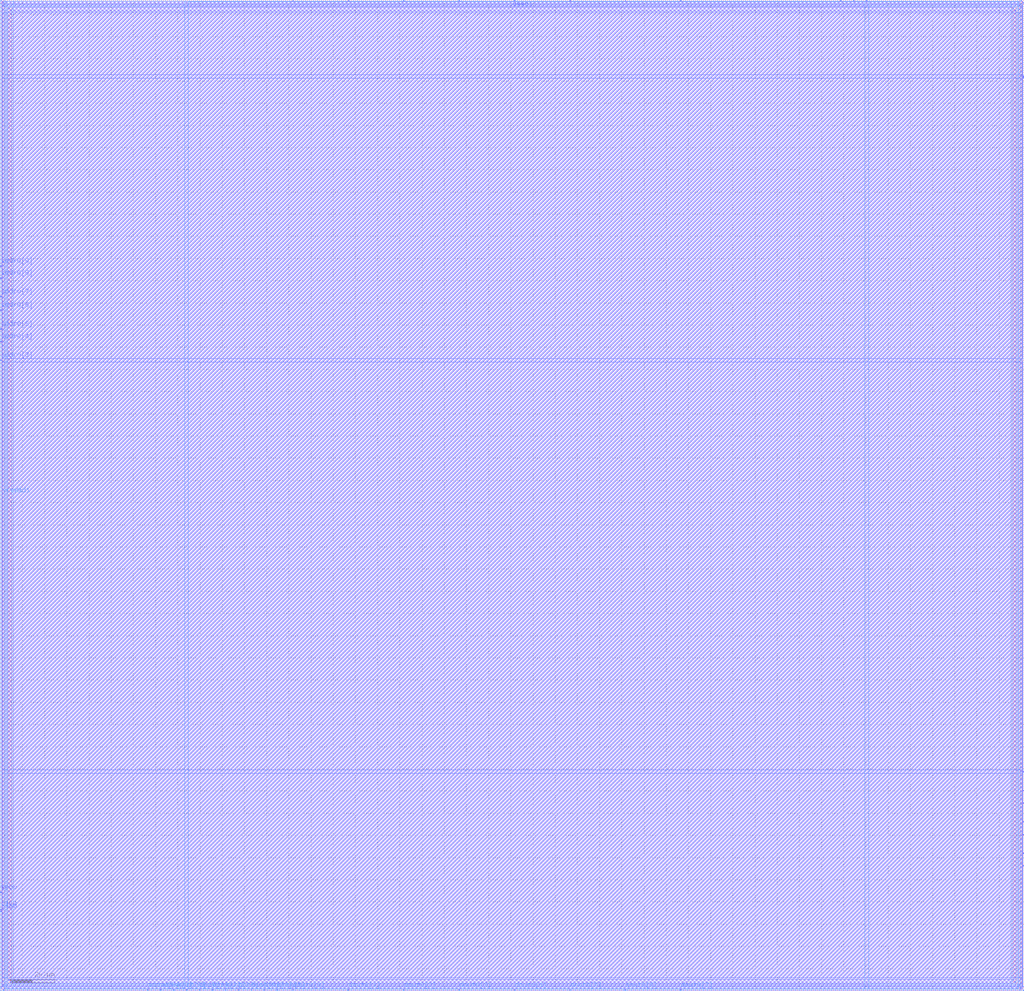
<source format=lef>
VERSION 5.4 ;
NAMESCASESENSITIVE ON ;
BUSBITCHARS "[]" ;
DIVIDERCHAR "/" ;
UNITS
  DATABASE MICRONS 2000 ;
END UNITS
MACRO sky130_sram_1kbyte_1rw1r_8x1024_8_norbl
   CLASS BLOCK ;
   SIZE 461.26 BY 446.65 ;
   SYMMETRY X Y R90 ;
   PIN din0[0]
      DIRECTION INPUT ;
      PORT
         LAYER met4 ;
         RECT  83.79 0.0 84.17 0.38 ;
      END
   END din0[0]
   PIN din0[1]
      DIRECTION INPUT ;
      PORT
         LAYER met4 ;
         RECT  89.63 0.0 90.01 0.38 ;
      END
   END din0[1]
   PIN din0[2]
      DIRECTION INPUT ;
      PORT
         LAYER met4 ;
         RECT  95.47 0.0 95.85 0.38 ;
      END
   END din0[2]
   PIN din0[3]
      DIRECTION INPUT ;
      PORT
         LAYER met4 ;
         RECT  101.31 0.0 101.69 0.38 ;
      END
   END din0[3]
   PIN din0[4]
      DIRECTION INPUT ;
      PORT
         LAYER met4 ;
         RECT  107.15 0.0 107.53 0.38 ;
      END
   END din0[4]
   PIN din0[5]
      DIRECTION INPUT ;
      PORT
         LAYER met4 ;
         RECT  112.99 0.0 113.37 0.38 ;
      END
   END din0[5]
   PIN din0[6]
      DIRECTION INPUT ;
      PORT
         LAYER met4 ;
         RECT  118.83 0.0 119.21 0.38 ;
      END
   END din0[6]
   PIN din0[7]
      DIRECTION INPUT ;
      PORT
         LAYER met4 ;
         RECT  124.67 0.0 125.05 0.38 ;
      END
   END din0[7]
   PIN addr0[0]
      DIRECTION INPUT ;
      PORT
         LAYER met4 ;
         RECT  66.27 0.0 66.65 0.38 ;
      END
   END addr0[0]
   PIN addr0[1]
      DIRECTION INPUT ;
      PORT
         LAYER met4 ;
         RECT  72.11 0.0 72.49 0.38 ;
      END
   END addr0[1]
   PIN addr0[2]
      DIRECTION INPUT ;
      PORT
         LAYER met4 ;
         RECT  77.95 0.0 78.33 0.38 ;
      END
   END addr0[2]
   PIN addr0[3]
      DIRECTION INPUT ;
      PORT
         LAYER met3 ;
         RECT  0.0 283.95 0.38 284.33 ;
      END
   END addr0[3]
   PIN addr0[4]
      DIRECTION INPUT ;
      PORT
         LAYER met3 ;
         RECT  0.0 292.45 0.38 292.83 ;
      END
   END addr0[4]
   PIN addr0[5]
      DIRECTION INPUT ;
      PORT
         LAYER met3 ;
         RECT  0.0 298.09 0.38 298.47 ;
      END
   END addr0[5]
   PIN addr0[6]
      DIRECTION INPUT ;
      PORT
         LAYER met3 ;
         RECT  0.0 306.59 0.38 306.97 ;
      END
   END addr0[6]
   PIN addr0[7]
      DIRECTION INPUT ;
      PORT
         LAYER met3 ;
         RECT  0.0 312.675 0.38 313.055 ;
      END
   END addr0[7]
   PIN addr0[8]
      DIRECTION INPUT ;
      PORT
         LAYER met3 ;
         RECT  0.0 321.075 0.38 321.455 ;
      END
   END addr0[8]
   PIN addr0[9]
      DIRECTION INPUT ;
      PORT
         LAYER met3 ;
         RECT  0.0 326.37 0.38 326.75 ;
      END
   END addr0[9]
   PIN addr1[0]
      DIRECTION INPUT ;
      PORT
         LAYER met4 ;
         RECT  390.15 446.27 390.53 446.65 ;
      END
   END addr1[0]
   PIN addr1[1]
      DIRECTION INPUT ;
      PORT
         LAYER met4 ;
         RECT  384.31 446.27 384.69 446.65 ;
      END
   END addr1[1]
   PIN addr1[2]
      DIRECTION INPUT ;
      PORT
         LAYER met4 ;
         RECT  378.47 446.27 378.85 446.65 ;
      END
   END addr1[2]
   PIN addr1[3]
      DIRECTION INPUT ;
      PORT
         LAYER met3 ;
         RECT  460.88 98.51 461.26 98.89 ;
      END
   END addr1[3]
   PIN addr1[4]
      DIRECTION INPUT ;
      PORT
         LAYER met3 ;
         RECT  460.88 90.01 461.26 90.39 ;
      END
   END addr1[4]
   PIN addr1[5]
      DIRECTION INPUT ;
      PORT
         LAYER met3 ;
         RECT  460.88 84.37 461.26 84.75 ;
      END
   END addr1[5]
   PIN addr1[6]
      DIRECTION INPUT ;
      PORT
         LAYER met3 ;
         RECT  460.88 75.87 461.26 76.25 ;
      END
   END addr1[6]
   PIN addr1[7]
      DIRECTION INPUT ;
      PORT
         LAYER met3 ;
         RECT  460.88 70.23 461.26 70.61 ;
      END
   END addr1[7]
   PIN addr1[8]
      DIRECTION INPUT ;
      PORT
         LAYER met3 ;
         RECT  460.88 61.73 461.26 62.11 ;
      END
   END addr1[8]
   PIN addr1[9]
      DIRECTION INPUT ;
      PORT
         LAYER met3 ;
         RECT  460.88 56.09 461.26 56.47 ;
      END
   END addr1[9]
   PIN csb0
      DIRECTION INPUT ;
      PORT
         LAYER met3 ;
         RECT  0.0 35.7 0.38 36.08 ;
      END
   END csb0
   PIN csb1
      DIRECTION INPUT ;
      PORT
         LAYER met3 ;
         RECT  460.88 411.985 461.26 412.365 ;
      END
   END csb1
   PIN web0
      DIRECTION INPUT ;
      PORT
         LAYER met3 ;
         RECT  0.0 44.2 0.38 44.58 ;
      END
   END web0
   PIN clk0
      DIRECTION INPUT ;
      PORT
         LAYER met3 ;
         RECT  0.0 36.445 0.38 36.825 ;
      END
   END clk0
   PIN clk1
      DIRECTION INPUT ;
      PORT
         LAYER met3 ;
         RECT  460.88 411.295 461.26 411.675 ;
      END
   END clk1
   PIN dout0[0]
      DIRECTION OUTPUT ;
      PORT
         LAYER met4 ;
         RECT  131.655 0.0 132.035 0.38 ;
      END
   END dout0[0]
   PIN dout0[1]
      DIRECTION OUTPUT ;
      PORT
         LAYER met4 ;
         RECT  156.615 0.0 156.995 0.38 ;
      END
   END dout0[1]
   PIN dout0[2]
      DIRECTION OUTPUT ;
      PORT
         LAYER met4 ;
         RECT  181.575 0.0 181.955 0.38 ;
      END
   END dout0[2]
   PIN dout0[3]
      DIRECTION OUTPUT ;
      PORT
         LAYER met4 ;
         RECT  206.535 0.0 206.915 0.38 ;
      END
   END dout0[3]
   PIN dout0[4]
      DIRECTION OUTPUT ;
      PORT
         LAYER met4 ;
         RECT  231.495 0.0 231.875 0.38 ;
      END
   END dout0[4]
   PIN dout0[5]
      DIRECTION OUTPUT ;
      PORT
         LAYER met4 ;
         RECT  256.455 0.0 256.835 0.38 ;
      END
   END dout0[5]
   PIN dout0[6]
      DIRECTION OUTPUT ;
      PORT
         LAYER met4 ;
         RECT  281.415 0.0 281.795 0.38 ;
      END
   END dout0[6]
   PIN dout0[7]
      DIRECTION OUTPUT ;
      PORT
         LAYER met4 ;
         RECT  306.375 0.0 306.755 0.38 ;
      END
   END dout0[7]
   PIN dout1[0]
      DIRECTION OUTPUT ;
      PORT
         LAYER met4 ;
         RECT  131.715 446.27 132.095 446.65 ;
      END
   END dout1[0]
   PIN dout1[1]
      DIRECTION OUTPUT ;
      PORT
         LAYER met4 ;
         RECT  156.675 446.27 157.055 446.65 ;
      END
   END dout1[1]
   PIN dout1[2]
      DIRECTION OUTPUT ;
      PORT
         LAYER met4 ;
         RECT  181.635 446.27 182.015 446.65 ;
      END
   END dout1[2]
   PIN dout1[3]
      DIRECTION OUTPUT ;
      PORT
         LAYER met4 ;
         RECT  206.595 446.27 206.975 446.65 ;
      END
   END dout1[3]
   PIN dout1[4]
      DIRECTION OUTPUT ;
      PORT
         LAYER met4 ;
         RECT  231.555 446.27 231.935 446.65 ;
      END
   END dout1[4]
   PIN dout1[5]
      DIRECTION OUTPUT ;
      PORT
         LAYER met4 ;
         RECT  256.515 446.27 256.895 446.65 ;
      END
   END dout1[5]
   PIN dout1[6]
      DIRECTION OUTPUT ;
      PORT
         LAYER met4 ;
         RECT  281.475 446.27 281.855 446.65 ;
      END
   END dout1[6]
   PIN dout1[7]
      DIRECTION OUTPUT ;
      PORT
         LAYER met4 ;
         RECT  306.435 446.27 306.815 446.65 ;
      END
   END dout1[7]
   PIN vccd1
      DIRECTION INOUT ;
      USE POWER ; 
      SHAPE ABUTMENT ; 
      PORT
         LAYER met4 ;
         RECT  459.52 0.0 461.26 446.65 ;
         LAYER met3 ;
         RECT  0.0 0.0 461.26 1.74 ;
         LAYER met3 ;
         RECT  0.0 444.91 461.26 446.65 ;
         LAYER met4 ;
         RECT  0.0 0.0 1.74 446.65 ;
      END
   END vccd1
   PIN vssd1
      DIRECTION INOUT ;
      USE GROUND ; 
      SHAPE ABUTMENT ; 
      PORT
         LAYER met4 ;
         RECT  456.04 3.48 457.78 443.17 ;
         LAYER met4 ;
         RECT  3.48 3.48 5.22 443.17 ;
         LAYER met3 ;
         RECT  3.48 3.48 457.78 5.22 ;
         LAYER met3 ;
         RECT  3.48 441.43 457.78 443.17 ;
      END
   END vssd1
   OBS
   LAYER  met1 ;
      RECT  0.62 0.62 460.64 446.03 ;
   LAYER  met2 ;
      RECT  0.62 0.62 460.64 446.03 ;
   LAYER  met3 ;
      RECT  0.98 283.35 460.64 284.93 ;
      RECT  0.62 284.93 0.98 291.85 ;
      RECT  0.62 293.43 0.98 297.49 ;
      RECT  0.62 299.07 0.98 305.99 ;
      RECT  0.62 307.57 0.98 312.075 ;
      RECT  0.62 313.655 0.98 320.475 ;
      RECT  0.62 322.055 0.98 325.77 ;
      RECT  0.98 97.91 460.28 99.49 ;
      RECT  0.98 99.49 460.28 283.35 ;
      RECT  460.28 99.49 460.64 283.35 ;
      RECT  460.28 90.99 460.64 97.91 ;
      RECT  460.28 85.35 460.64 89.41 ;
      RECT  460.28 76.85 460.64 83.77 ;
      RECT  460.28 71.21 460.64 75.27 ;
      RECT  460.28 62.71 460.64 69.63 ;
      RECT  460.28 57.07 460.64 61.13 ;
      RECT  0.98 284.93 460.28 411.385 ;
      RECT  0.98 411.385 460.28 412.965 ;
      RECT  0.62 45.18 0.98 283.35 ;
      RECT  0.62 37.425 0.98 43.6 ;
      RECT  460.28 284.93 460.64 410.695 ;
      RECT  460.28 2.34 460.64 55.49 ;
      RECT  0.62 2.34 0.98 35.1 ;
      RECT  0.62 327.35 0.98 444.31 ;
      RECT  460.28 412.965 460.64 444.31 ;
      RECT  0.98 2.34 2.88 2.88 ;
      RECT  0.98 2.88 2.88 5.82 ;
      RECT  0.98 5.82 2.88 97.91 ;
      RECT  2.88 2.34 458.38 2.88 ;
      RECT  2.88 5.82 458.38 97.91 ;
      RECT  458.38 2.34 460.28 2.88 ;
      RECT  458.38 2.88 460.28 5.82 ;
      RECT  458.38 5.82 460.28 97.91 ;
      RECT  0.98 412.965 2.88 440.83 ;
      RECT  0.98 440.83 2.88 443.77 ;
      RECT  0.98 443.77 2.88 444.31 ;
      RECT  2.88 412.965 458.38 440.83 ;
      RECT  2.88 443.77 458.38 444.31 ;
      RECT  458.38 412.965 460.28 440.83 ;
      RECT  458.38 440.83 460.28 443.77 ;
      RECT  458.38 443.77 460.28 444.31 ;
   LAYER  met4 ;
      RECT  83.19 0.98 84.77 446.03 ;
      RECT  84.77 0.62 89.03 0.98 ;
      RECT  90.61 0.62 94.87 0.98 ;
      RECT  96.45 0.62 100.71 0.98 ;
      RECT  102.29 0.62 106.55 0.98 ;
      RECT  108.13 0.62 112.39 0.98 ;
      RECT  113.97 0.62 118.23 0.98 ;
      RECT  119.81 0.62 124.07 0.98 ;
      RECT  67.25 0.62 71.51 0.98 ;
      RECT  73.09 0.62 77.35 0.98 ;
      RECT  78.93 0.62 83.19 0.98 ;
      RECT  84.77 0.98 389.55 445.67 ;
      RECT  389.55 0.98 391.13 445.67 ;
      RECT  385.29 445.67 389.55 446.03 ;
      RECT  379.45 445.67 383.71 446.03 ;
      RECT  125.65 0.62 131.055 0.98 ;
      RECT  132.635 0.62 156.015 0.98 ;
      RECT  157.595 0.62 180.975 0.98 ;
      RECT  182.555 0.62 205.935 0.98 ;
      RECT  207.515 0.62 230.895 0.98 ;
      RECT  232.475 0.62 255.855 0.98 ;
      RECT  257.435 0.62 280.815 0.98 ;
      RECT  282.395 0.62 305.775 0.98 ;
      RECT  84.77 445.67 131.115 446.03 ;
      RECT  132.695 445.67 156.075 446.03 ;
      RECT  157.655 445.67 181.035 446.03 ;
      RECT  182.615 445.67 205.995 446.03 ;
      RECT  207.575 445.67 230.955 446.03 ;
      RECT  232.535 445.67 255.915 446.03 ;
      RECT  257.495 445.67 280.875 446.03 ;
      RECT  282.455 445.67 305.835 446.03 ;
      RECT  307.415 445.67 377.87 446.03 ;
      RECT  391.13 445.67 458.92 446.03 ;
      RECT  307.355 0.62 458.92 0.98 ;
      RECT  2.34 0.62 65.67 0.98 ;
      RECT  391.13 0.98 455.44 2.88 ;
      RECT  391.13 2.88 455.44 443.77 ;
      RECT  391.13 443.77 455.44 445.67 ;
      RECT  455.44 0.98 458.38 2.88 ;
      RECT  455.44 443.77 458.38 445.67 ;
      RECT  458.38 0.98 458.92 2.88 ;
      RECT  458.38 2.88 458.92 443.77 ;
      RECT  458.38 443.77 458.92 445.67 ;
      RECT  2.34 0.98 2.88 2.88 ;
      RECT  2.34 2.88 2.88 443.77 ;
      RECT  2.34 443.77 2.88 446.03 ;
      RECT  2.88 0.98 5.82 2.88 ;
      RECT  2.88 443.77 5.82 446.03 ;
      RECT  5.82 0.98 83.19 2.88 ;
      RECT  5.82 2.88 83.19 443.77 ;
      RECT  5.82 443.77 83.19 446.03 ;
   END
END    sky130_sram_1kbyte_1rw1r_8x1024_8_norbl
END    LIBRARY

</source>
